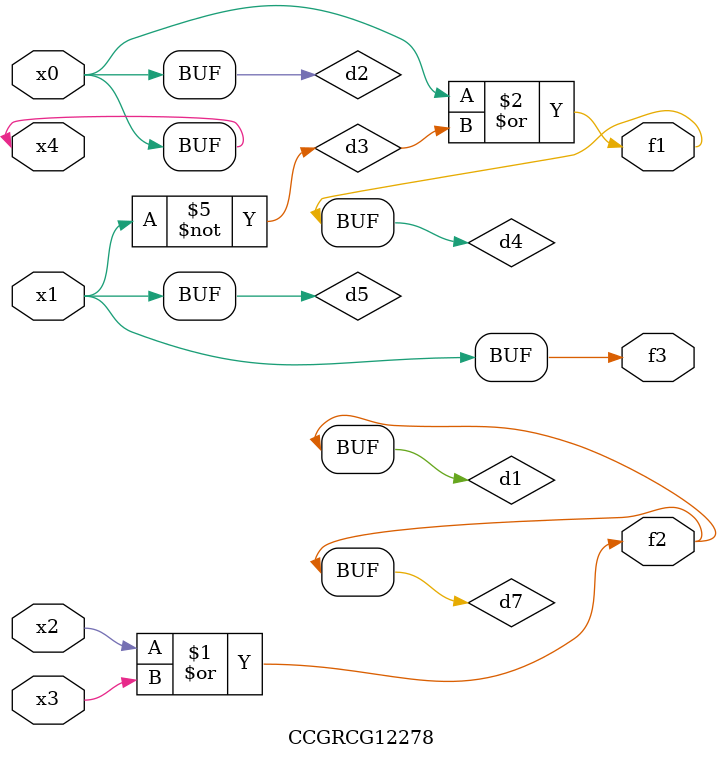
<source format=v>
module CCGRCG12278(
	input x0, x1, x2, x3, x4,
	output f1, f2, f3
);

	wire d1, d2, d3, d4, d5, d6, d7;

	or (d1, x2, x3);
	buf (d2, x0, x4);
	not (d3, x1);
	or (d4, d2, d3);
	not (d5, d3);
	nand (d6, d1, d3);
	or (d7, d1);
	assign f1 = d4;
	assign f2 = d7;
	assign f3 = d5;
endmodule

</source>
